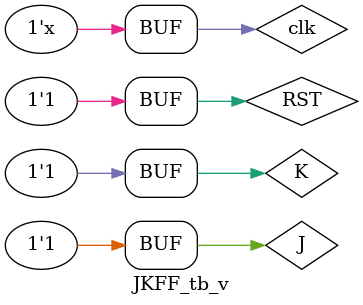
<source format=v>
`timescale 10ns / 1ps

module JKFF_tb_v;

	// Inputs
	reg J;
	reg K;
	reg RST;
	reg clk;

	// Outputs
	wire q;
	wire qb;

	// Instantiate the Unit Under Test (UUT)
	JK_FF1 uut (
		.J(J), 
		.K(K), 
		.RST(RST), 
		.clk(clk), 
		.q(q), 
		.qb(qb)
	);

always #10 clk = ~clk;

		initial 
  begin
    clk=0;
    RST=0;
    #3 RST=1;
  end
	
	
initial 
	begin
		#10 J <= 0;
			 K <= 0;

      #20 J <= 0;
          K <= 1;
      #20 J <= 1;
          K <= 0;
      #20 J <= 1;
          K <= 1;
	 end
endmodule


</source>
